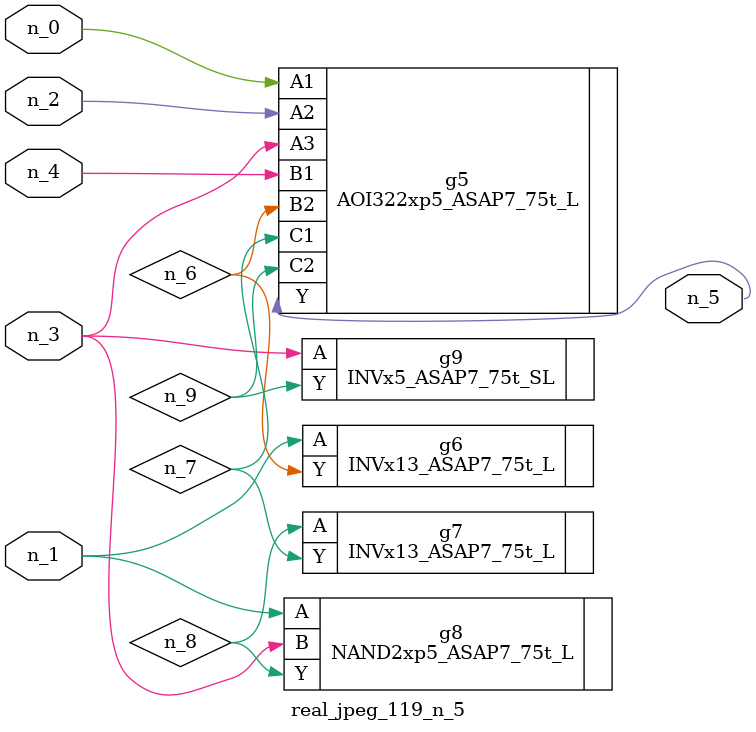
<source format=v>
module real_jpeg_119_n_5 (n_4, n_0, n_1, n_2, n_3, n_5);

input n_4;
input n_0;
input n_1;
input n_2;
input n_3;

output n_5;

wire n_8;
wire n_6;
wire n_7;
wire n_9;

AOI322xp5_ASAP7_75t_L g5 ( 
.A1(n_0),
.A2(n_2),
.A3(n_3),
.B1(n_4),
.B2(n_6),
.C1(n_7),
.C2(n_9),
.Y(n_5)
);

INVx13_ASAP7_75t_L g6 ( 
.A(n_1),
.Y(n_6)
);

NAND2xp5_ASAP7_75t_L g8 ( 
.A(n_1),
.B(n_3),
.Y(n_8)
);

INVx5_ASAP7_75t_SL g9 ( 
.A(n_3),
.Y(n_9)
);

INVx13_ASAP7_75t_L g7 ( 
.A(n_8),
.Y(n_7)
);


endmodule
</source>
